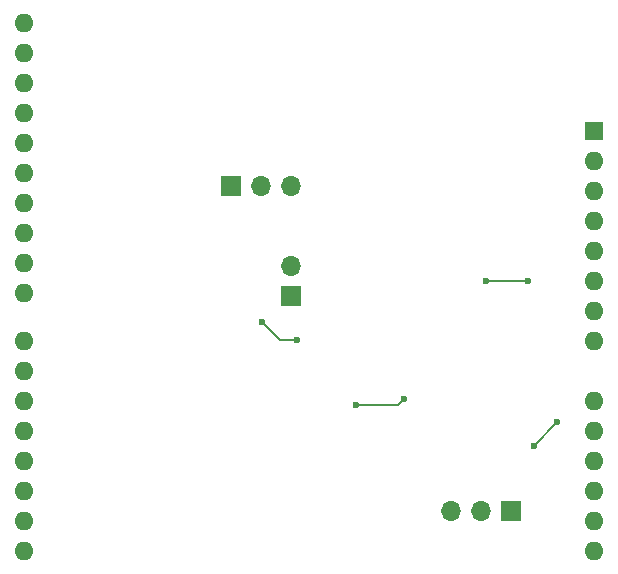
<source format=gbr>
%TF.GenerationSoftware,KiCad,Pcbnew,8.0.5*%
%TF.CreationDate,2024-11-11T20:44:43+01:00*%
%TF.ProjectId,nowa_plytka,6e6f7761-5f70-46c7-9974-6b612e6b6963,rev?*%
%TF.SameCoordinates,Original*%
%TF.FileFunction,Copper,L2,Bot*%
%TF.FilePolarity,Positive*%
%FSLAX46Y46*%
G04 Gerber Fmt 4.6, Leading zero omitted, Abs format (unit mm)*
G04 Created by KiCad (PCBNEW 8.0.5) date 2024-11-11 20:44:43*
%MOMM*%
%LPD*%
G01*
G04 APERTURE LIST*
%TA.AperFunction,ComponentPad*%
%ADD10R,1.700000X1.700000*%
%TD*%
%TA.AperFunction,ComponentPad*%
%ADD11O,1.700000X1.700000*%
%TD*%
%TA.AperFunction,ComponentPad*%
%ADD12R,1.600000X1.600000*%
%TD*%
%TA.AperFunction,ComponentPad*%
%ADD13O,1.600000X1.600000*%
%TD*%
%TA.AperFunction,ViaPad*%
%ADD14C,0.600000*%
%TD*%
%TA.AperFunction,Conductor*%
%ADD15C,0.200000*%
%TD*%
G04 APERTURE END LIST*
D10*
%TO.P,J3,1,Pin_1*%
%TO.N,INPUT*%
X130920000Y-95000000D03*
D11*
%TO.P,J3,2,Pin_2*%
X133460000Y-95000000D03*
%TO.P,J3,3,Pin_3*%
%TO.N,LED2_IN*%
X136000000Y-95000000D03*
%TD*%
D10*
%TO.P,J2,1,Pin_1*%
%TO.N,ADC*%
X136000000Y-104275000D03*
D11*
%TO.P,J2,2,Pin_2*%
%TO.N,LED2_IN*%
X136000000Y-101735000D03*
%TD*%
D10*
%TO.P,J1,1,Pin_1*%
%TO.N,DAC_OUT*%
X154580000Y-122500000D03*
D11*
%TO.P,J1,2,Pin_2*%
%TO.N,ADC*%
X152040000Y-122500000D03*
%TO.P,J1,3,Pin_3*%
%TO.N,GND*%
X149500000Y-122500000D03*
%TD*%
D12*
%TO.P,A1,1,NC*%
%TO.N,unconnected-(A1-NC-Pad1)*%
X161630000Y-90325000D03*
D13*
%TO.P,A1,2,IOREF*%
%TO.N,unconnected-(A1-IOREF-Pad2)*%
X161630000Y-92865000D03*
%TO.P,A1,3,~{RESET}*%
%TO.N,unconnected-(A1-~{RESET}-Pad3)*%
X161630000Y-95405000D03*
%TO.P,A1,4,3V3*%
%TO.N,Net-(A1-3V3)*%
X161630000Y-97945000D03*
%TO.P,A1,5,+5V*%
%TO.N,unconnected-(A1-+5V-Pad5)*%
X161630000Y-100485000D03*
%TO.P,A1,6,GND*%
%TO.N,GND*%
X161630000Y-103025000D03*
%TO.P,A1,7,GND*%
%TO.N,unconnected-(A1-GND-Pad7)*%
X161630000Y-105565000D03*
%TO.P,A1,8,VIN*%
%TO.N,unconnected-(A1-VIN-Pad8)*%
X161630000Y-108105000D03*
%TO.P,A1,9,A0*%
%TO.N,ADC*%
X161630000Y-113185000D03*
%TO.P,A1,10,A1*%
%TO.N,unconnected-(A1-A1-Pad10)*%
X161630000Y-115725000D03*
%TO.P,A1,11,A2*%
%TO.N,DAC_OUT*%
X161630000Y-118265000D03*
%TO.P,A1,12,A3*%
%TO.N,unconnected-(A1-A3-Pad12)*%
X161630000Y-120805000D03*
%TO.P,A1,13,A4*%
%TO.N,unconnected-(A1-A4-Pad13)*%
X161630000Y-123345000D03*
%TO.P,A1,14,A5*%
%TO.N,N/C*%
X161630000Y-125885000D03*
%TO.P,A1,15,D0/RX*%
%TO.N,unconnected-(A1-D0{slash}RX-Pad15)*%
X113370000Y-125885000D03*
%TO.P,A1,16,D1/TX*%
%TO.N,unconnected-(A1-D1{slash}TX-Pad16)*%
X113370000Y-123345000D03*
%TO.P,A1,17,D2/SDA*%
%TO.N,unconnected-(A1-D2{slash}SDA-Pad17)*%
X113370000Y-120805000D03*
%TO.P,A1,18,D3/SCL*%
%TO.N,unconnected-(A1-D3{slash}SCL-Pad18)*%
X113370000Y-118265000D03*
%TO.P,A1,19,D4*%
%TO.N,unconnected-(A1-D4-Pad19)*%
X113370000Y-115725000D03*
%TO.P,A1,20,D5*%
%TO.N,unconnected-(A1-D5-Pad20)*%
X113370000Y-113185000D03*
%TO.P,A1,21,D6*%
%TO.N,unconnected-(A1-D6-Pad21)*%
X113370000Y-110645000D03*
%TO.P,A1,22,D7*%
%TO.N,unconnected-(A1-D7-Pad22)*%
X113370000Y-108105000D03*
%TO.P,A1,23,D8*%
%TO.N,unconnected-(A1-D8-Pad23)*%
X113370000Y-104045000D03*
%TO.P,A1,24,D9*%
%TO.N,INPUT*%
X113370000Y-101505000D03*
%TO.P,A1,25,D10*%
%TO.N,unconnected-(A1-D10-Pad25)*%
X113370000Y-98965000D03*
%TO.P,A1,26,D11*%
%TO.N,unconnected-(A1-D11-Pad26)*%
X113370000Y-96425000D03*
%TO.P,A1,27,D12*%
%TO.N,unconnected-(A1-D12-Pad27)*%
X113370000Y-93885000D03*
%TO.P,A1,28,D13*%
%TO.N,unconnected-(A1-D13-Pad28)*%
X113370000Y-91345000D03*
%TO.P,A1,29,GND*%
%TO.N,unconnected-(A1-GND-Pad29)*%
X113370000Y-88805000D03*
%TO.P,A1,30,AREF*%
%TO.N,unconnected-(A1-AREF-Pad30)*%
X113370000Y-86265000D03*
%TO.P,A1,31,SDA/D2*%
%TO.N,unconnected-(A1-SDA{slash}D2-Pad31)*%
X113370000Y-83725000D03*
%TO.P,A1,32,SCL/D3*%
%TO.N,unconnected-(A1-SCL{slash}D3-Pad32)*%
X113370000Y-81185000D03*
%TD*%
D14*
%TO.N,GND*%
X152500000Y-103000000D03*
X156000000Y-103025000D03*
%TO.N,INPUT*%
X133500000Y-106500000D03*
X136500000Y-108000000D03*
%TO.N,GND*%
X145500000Y-113000000D03*
X141500000Y-113500000D03*
%TO.N,ADC*%
X156500000Y-117000000D03*
X158500000Y-115000000D03*
%TD*%
D15*
%TO.N,GND*%
X141500000Y-113500000D02*
X145000000Y-113500000D01*
X145000000Y-113500000D02*
X145500000Y-113000000D01*
X152525000Y-103025000D02*
X152500000Y-103000000D01*
X156000000Y-103025000D02*
X152525000Y-103025000D01*
%TO.N,INPUT*%
X135000000Y-108000000D02*
X133500000Y-106500000D01*
X136500000Y-108000000D02*
X135000000Y-108000000D01*
%TO.N,ADC*%
X156500000Y-117000000D02*
X158500000Y-115000000D01*
%TD*%
M02*

</source>
